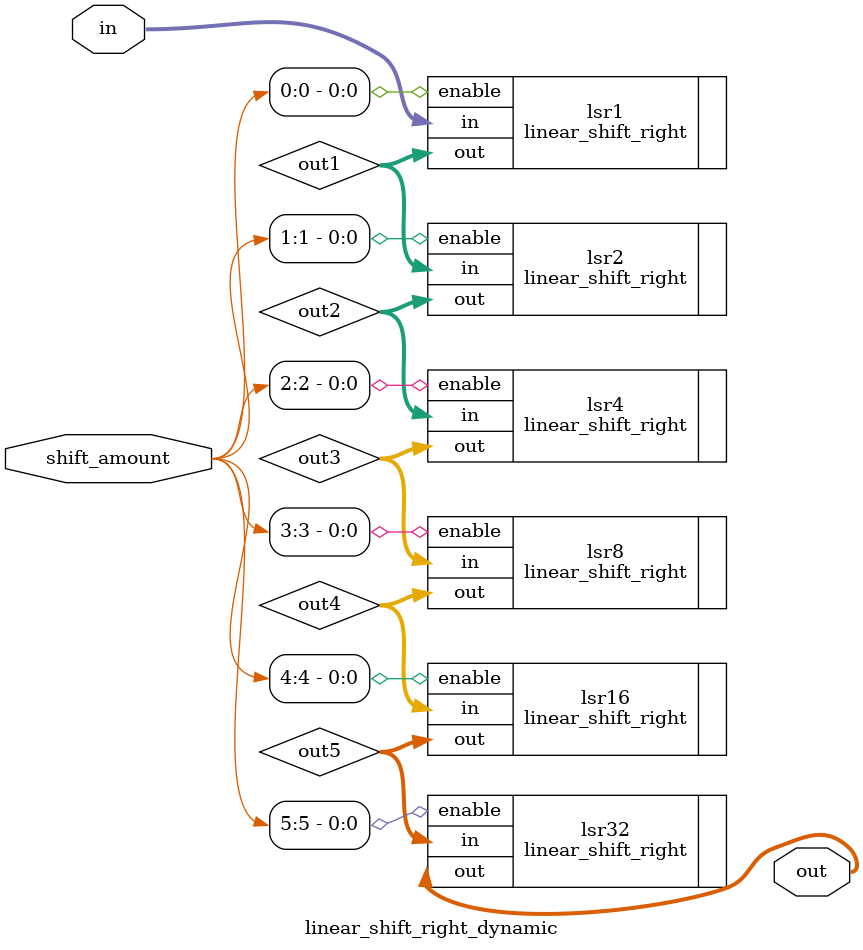
<source format=sv>

module linear_shift_right_dynamic (in, shift_amount, out);
	input logic [63:0] in;
	input logic [5:0] shift_amount;
	output logic [63:0] out;
	
	logic [63:0] out1, out2, out3, out4, out5;
	
	//This combination of shifters lets us make any shift we want up to 63.
	//All of these are 64 bit width, same as this module.

	linear_shift_right #(.SHIFT(1)) lsr1   (.in(in), .enable(shift_amount[0]), .out(out1));
	linear_shift_right #(.SHIFT(2)) lsr2   (.in(out1), .enable(shift_amount[1]), .out(out2));
	linear_shift_right #(.SHIFT(4)) lsr4   (.in(out2), .enable(shift_amount[2]), .out(out3));
	linear_shift_right #(.SHIFT(8)) lsr8   (.in(out3), .enable(shift_amount[3]), .out(out4));
	linear_shift_right #(.SHIFT(16)) lsr16   (.in(out4), .enable(shift_amount[4]), .out(out5));
	linear_shift_right #(.SHIFT(32)) lsr32   (.in(out5), .enable(shift_amount[5]), .out(out));
	
	
	
endmodule
</source>
